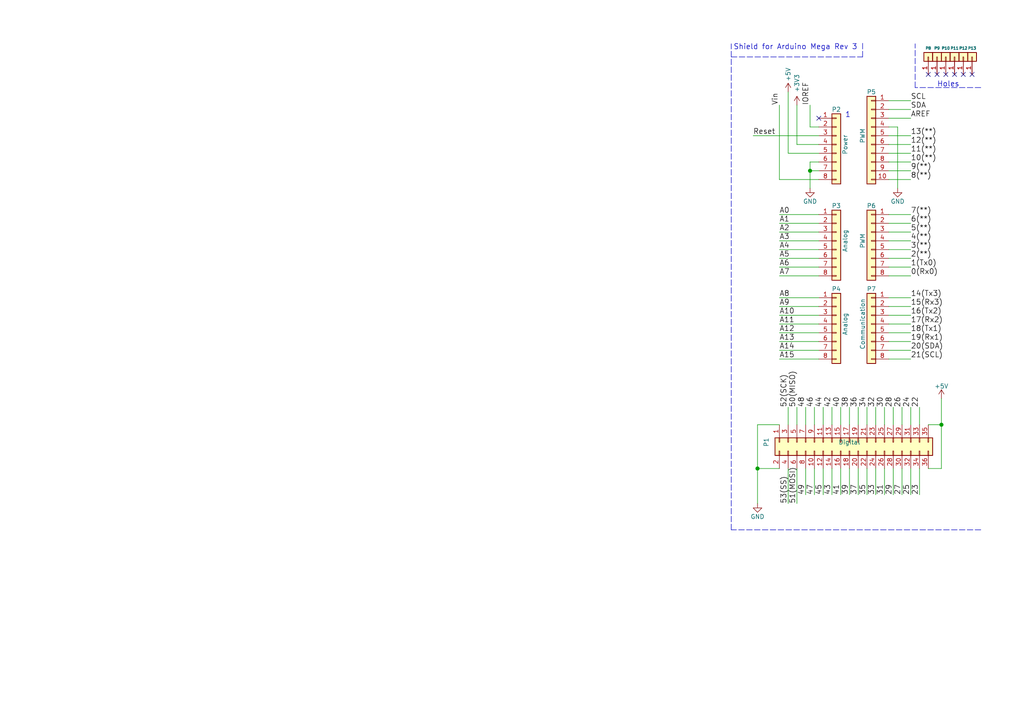
<source format=kicad_sch>
(kicad_sch (version 20210126) (generator eeschema)
  (paper "A4")
  (title_block (date "mar. 31 mars 2015"))
  (lib_symbols
    (symbol "Connector_Generic:Conn_01x01" (pin_names (offset 1.016) hide)
      (property "Reference" "J" (at 0 2.54 0))
      (property "Value" "Conn_01x01" (at 0 -2.54 0))
      (symbol "Conn_01x01_1_1"
        (rectangle (start -1.27 0.127) (end 0 -0.127) (stroke (width 0.1524)))
        (rectangle (start -1.27 1.27) (end 1.27 -1.27) (stroke (width 0.254)) (fill (type background)))
        (pin passive line (at -5.08 0 0) (length 3.81) (name "Pin_1") (number "1"))
      )
    )
    (symbol "Connector_Generic:Conn_01x08" (pin_names (offset 1.016) hide)
      (property "Reference" "J" (at 0 10.16 0))
      (property "Value" "Conn_01x08" (at 0 -12.7 0))
      (symbol "Conn_01x08_1_1"
        (rectangle (start -1.27 -4.953) (end 0 -5.207) (stroke (width 0.1524)))
        (rectangle (start -1.27 -7.493) (end 0 -7.747) (stroke (width 0.1524)))
        (rectangle (start -1.27 -10.033) (end 0 -10.287) (stroke (width 0.1524)))
        (rectangle (start -1.27 -2.413) (end 0 -2.667) (stroke (width 0.1524)))
        (rectangle (start -1.27 2.667) (end 0 2.413) (stroke (width 0.1524)))
        (rectangle (start -1.27 5.207) (end 0 4.953) (stroke (width 0.1524)))
        (rectangle (start -1.27 7.747) (end 0 7.493) (stroke (width 0.1524)))
        (rectangle (start -1.27 8.89) (end 1.27 -11.43) (stroke (width 0.254)) (fill (type background)))
        (rectangle (start -1.27 0.127) (end 0 -0.127) (stroke (width 0.1524)))
        (pin passive line (at -5.08 7.62 0) (length 3.81) (name "Pin_1") (number "1"))
        (pin passive line (at -5.08 5.08 0) (length 3.81) (name "Pin_2") (number "2"))
        (pin passive line (at -5.08 2.54 0) (length 3.81) (name "Pin_3") (number "3"))
        (pin passive line (at -5.08 0 0) (length 3.81) (name "Pin_4") (number "4"))
        (pin passive line (at -5.08 -2.54 0) (length 3.81) (name "Pin_5") (number "5"))
        (pin passive line (at -5.08 -5.08 0) (length 3.81) (name "Pin_6") (number "6"))
        (pin passive line (at -5.08 -7.62 0) (length 3.81) (name "Pin_7") (number "7"))
        (pin passive line (at -5.08 -10.16 0) (length 3.81) (name "Pin_8") (number "8"))
      )
    )
    (symbol "Connector_Generic:Conn_01x10" (pin_names (offset 1.016) hide)
      (property "Reference" "J" (at 0 12.7 0))
      (property "Value" "Conn_01x10" (at 0 -15.24 0))
      (symbol "Conn_01x10_1_1"
        (rectangle (start -1.27 -4.953) (end 0 -5.207) (stroke (width 0.1524)))
        (rectangle (start -1.27 -7.493) (end 0 -7.747) (stroke (width 0.1524)))
        (rectangle (start -1.27 -10.033) (end 0 -10.287) (stroke (width 0.1524)))
        (rectangle (start -1.27 -12.573) (end 0 -12.827) (stroke (width 0.1524)))
        (rectangle (start -1.27 -2.413) (end 0 -2.667) (stroke (width 0.1524)))
        (rectangle (start -1.27 2.667) (end 0 2.413) (stroke (width 0.1524)))
        (rectangle (start -1.27 5.207) (end 0 4.953) (stroke (width 0.1524)))
        (rectangle (start -1.27 7.747) (end 0 7.493) (stroke (width 0.1524)))
        (rectangle (start -1.27 10.287) (end 0 10.033) (stroke (width 0.1524)))
        (rectangle (start -1.27 11.43) (end 1.27 -13.97) (stroke (width 0.254)) (fill (type background)))
        (rectangle (start -1.27 0.127) (end 0 -0.127) (stroke (width 0.1524)))
        (pin passive line (at -5.08 10.16 0) (length 3.81) (name "Pin_1") (number "1"))
        (pin passive line (at -5.08 -12.7 0) (length 3.81) (name "Pin_10") (number "10"))
        (pin passive line (at -5.08 7.62 0) (length 3.81) (name "Pin_2") (number "2"))
        (pin passive line (at -5.08 5.08 0) (length 3.81) (name "Pin_3") (number "3"))
        (pin passive line (at -5.08 2.54 0) (length 3.81) (name "Pin_4") (number "4"))
        (pin passive line (at -5.08 0 0) (length 3.81) (name "Pin_5") (number "5"))
        (pin passive line (at -5.08 -2.54 0) (length 3.81) (name "Pin_6") (number "6"))
        (pin passive line (at -5.08 -5.08 0) (length 3.81) (name "Pin_7") (number "7"))
        (pin passive line (at -5.08 -7.62 0) (length 3.81) (name "Pin_8") (number "8"))
        (pin passive line (at -5.08 -10.16 0) (length 3.81) (name "Pin_9") (number "9"))
      )
    )
    (symbol "Connector_Generic:Conn_02x18_Odd_Even" (pin_names (offset 1.016) hide)
      (property "Reference" "J" (at 1.27 22.86 0))
      (property "Value" "Conn_02x18_Odd_Even" (at 1.27 -25.4 0))
      (symbol "Conn_02x18_Odd_Even_1_1"
        (rectangle (start -1.27 -4.953) (end 0 -5.207) (stroke (width 0.1524)))
        (rectangle (start -1.27 -7.493) (end 0 -7.747) (stroke (width 0.1524)))
        (rectangle (start -1.27 -10.033) (end 0 -10.287) (stroke (width 0.1524)))
        (rectangle (start -1.27 -12.573) (end 0 -12.827) (stroke (width 0.1524)))
        (rectangle (start -1.27 -15.113) (end 0 -15.367) (stroke (width 0.1524)))
        (rectangle (start -1.27 -17.653) (end 0 -17.907) (stroke (width 0.1524)))
        (rectangle (start -1.27 -20.193) (end 0 -20.447) (stroke (width 0.1524)))
        (rectangle (start -1.27 -22.733) (end 0 -22.987) (stroke (width 0.1524)))
        (rectangle (start -1.27 -2.413) (end 0 -2.667) (stroke (width 0.1524)))
        (rectangle (start -1.27 2.667) (end 0 2.413) (stroke (width 0.1524)))
        (rectangle (start -1.27 5.207) (end 0 4.953) (stroke (width 0.1524)))
        (rectangle (start -1.27 7.747) (end 0 7.493) (stroke (width 0.1524)))
        (rectangle (start -1.27 10.287) (end 0 10.033) (stroke (width 0.1524)))
        (rectangle (start -1.27 0.127) (end 0 -0.127) (stroke (width 0.1524)))
        (rectangle (start -1.27 12.827) (end 0 12.573) (stroke (width 0.1524)))
        (rectangle (start -1.27 15.367) (end 0 15.113) (stroke (width 0.1524)))
        (rectangle (start -1.27 17.907) (end 0 17.653) (stroke (width 0.1524)))
        (rectangle (start -1.27 20.447) (end 0 20.193) (stroke (width 0.1524)))
        (rectangle (start -1.27 21.59) (end 3.81 -24.13) (stroke (width 0.254)) (fill (type background)))
        (rectangle (start 3.81 -4.953) (end 2.54 -5.207) (stroke (width 0.1524)))
        (rectangle (start 3.81 -7.493) (end 2.54 -7.747) (stroke (width 0.1524)))
        (rectangle (start 3.81 -10.033) (end 2.54 -10.287) (stroke (width 0.1524)))
        (rectangle (start 3.81 -12.573) (end 2.54 -12.827) (stroke (width 0.1524)))
        (rectangle (start 3.81 -15.113) (end 2.54 -15.367) (stroke (width 0.1524)))
        (rectangle (start 3.81 -17.653) (end 2.54 -17.907) (stroke (width 0.1524)))
        (rectangle (start 3.81 -20.193) (end 2.54 -20.447) (stroke (width 0.1524)))
        (rectangle (start 3.81 -22.733) (end 2.54 -22.987) (stroke (width 0.1524)))
        (rectangle (start 3.81 -2.413) (end 2.54 -2.667) (stroke (width 0.1524)))
        (rectangle (start 3.81 2.667) (end 2.54 2.413) (stroke (width 0.1524)))
        (rectangle (start 3.81 5.207) (end 2.54 4.953) (stroke (width 0.1524)))
        (rectangle (start 3.81 7.747) (end 2.54 7.493) (stroke (width 0.1524)))
        (rectangle (start 3.81 10.287) (end 2.54 10.033) (stroke (width 0.1524)))
        (rectangle (start 3.81 0.127) (end 2.54 -0.127) (stroke (width 0.1524)))
        (rectangle (start 3.81 12.827) (end 2.54 12.573) (stroke (width 0.1524)))
        (rectangle (start 3.81 15.367) (end 2.54 15.113) (stroke (width 0.1524)))
        (rectangle (start 3.81 17.907) (end 2.54 17.653) (stroke (width 0.1524)))
        (rectangle (start 3.81 20.447) (end 2.54 20.193) (stroke (width 0.1524)))
        (pin passive line (at -5.08 20.32 0) (length 3.81) (name "Pin_1") (number "1"))
        (pin passive line (at 7.62 10.16 180) (length 3.81) (name "Pin_10") (number "10"))
        (pin passive line (at -5.08 7.62 0) (length 3.81) (name "Pin_11") (number "11"))
        (pin passive line (at 7.62 7.62 180) (length 3.81) (name "Pin_12") (number "12"))
        (pin passive line (at -5.08 5.08 0) (length 3.81) (name "Pin_13") (number "13"))
        (pin passive line (at 7.62 5.08 180) (length 3.81) (name "Pin_14") (number "14"))
        (pin passive line (at -5.08 2.54 0) (length 3.81) (name "Pin_15") (number "15"))
        (pin passive line (at 7.62 2.54 180) (length 3.81) (name "Pin_16") (number "16"))
        (pin passive line (at -5.08 0 0) (length 3.81) (name "Pin_17") (number "17"))
        (pin passive line (at 7.62 0 180) (length 3.81) (name "Pin_18") (number "18"))
        (pin passive line (at -5.08 -2.54 0) (length 3.81) (name "Pin_19") (number "19"))
        (pin passive line (at 7.62 20.32 180) (length 3.81) (name "Pin_2") (number "2"))
        (pin passive line (at 7.62 -2.54 180) (length 3.81) (name "Pin_20") (number "20"))
        (pin passive line (at -5.08 -5.08 0) (length 3.81) (name "Pin_21") (number "21"))
        (pin passive line (at 7.62 -5.08 180) (length 3.81) (name "Pin_22") (number "22"))
        (pin passive line (at -5.08 -7.62 0) (length 3.81) (name "Pin_23") (number "23"))
        (pin passive line (at 7.62 -7.62 180) (length 3.81) (name "Pin_24") (number "24"))
        (pin passive line (at -5.08 -10.16 0) (length 3.81) (name "Pin_25") (number "25"))
        (pin passive line (at 7.62 -10.16 180) (length 3.81) (name "Pin_26") (number "26"))
        (pin passive line (at -5.08 -12.7 0) (length 3.81) (name "Pin_27") (number "27"))
        (pin passive line (at 7.62 -12.7 180) (length 3.81) (name "Pin_28") (number "28"))
        (pin passive line (at -5.08 -15.24 0) (length 3.81) (name "Pin_29") (number "29"))
        (pin passive line (at -5.08 17.78 0) (length 3.81) (name "Pin_3") (number "3"))
        (pin passive line (at 7.62 -15.24 180) (length 3.81) (name "Pin_30") (number "30"))
        (pin passive line (at -5.08 -17.78 0) (length 3.81) (name "Pin_31") (number "31"))
        (pin passive line (at 7.62 -17.78 180) (length 3.81) (name "Pin_32") (number "32"))
        (pin passive line (at -5.08 -20.32 0) (length 3.81) (name "Pin_33") (number "33"))
        (pin passive line (at 7.62 -20.32 180) (length 3.81) (name "Pin_34") (number "34"))
        (pin passive line (at -5.08 -22.86 0) (length 3.81) (name "Pin_35") (number "35"))
        (pin passive line (at 7.62 -22.86 180) (length 3.81) (name "Pin_36") (number "36"))
        (pin passive line (at 7.62 17.78 180) (length 3.81) (name "Pin_4") (number "4"))
        (pin passive line (at -5.08 15.24 0) (length 3.81) (name "Pin_5") (number "5"))
        (pin passive line (at 7.62 15.24 180) (length 3.81) (name "Pin_6") (number "6"))
        (pin passive line (at -5.08 12.7 0) (length 3.81) (name "Pin_7") (number "7"))
        (pin passive line (at 7.62 12.7 180) (length 3.81) (name "Pin_8") (number "8"))
        (pin passive line (at -5.08 10.16 0) (length 3.81) (name "Pin_9") (number "9"))
      )
    )
    (symbol "power:+3V3" (power) (pin_names (offset 0))
      (property "Value" "+3V3" (at 0 3.556 0))
      (symbol "+3V3_0_1"
        (polyline (pts (xy -0.762 1.27) (xy 0 2.54)))
        (polyline (pts (xy 0 0) (xy 0 2.54)))
        (polyline (pts (xy 0 2.54) (xy 0.762 1.27)))
      )
      (symbol "+3V3_1_1"
        (pin power_in line (at 0 0 90) (length 0) hide (name "+3V3") (number "1"))
      )
    )
    (symbol "power:+5V" (power) (pin_names (offset 0))
      (property "Value" "+5V" (at 0 3.556 0))
      (symbol "+5V_0_1"
        (polyline (pts (xy -0.762 1.27) (xy 0 2.54)))
        (polyline (pts (xy 0 0) (xy 0 2.54)))
        (polyline (pts (xy 0 2.54) (xy 0.762 1.27)))
      )
      (symbol "+5V_1_1"
        (pin power_in line (at 0 0 90) (length 0) hide (name "+5V") (number "1"))
      )
    )
    (symbol "power:GND" (power) (pin_names (offset 0))
      (property "Value" "GND" (at 0 -3.81 0))
      (symbol "GND_0_1"
        (polyline (pts (xy 0 0) (xy 0 -1.27) (xy 1.27 -1.27) (xy 0 -2.54) (xy -1.27 -1.27) (xy 0 -1.27)))
      )
      (symbol "GND_1_1"
        (pin power_in line (at 0 0 270) (length 0) hide (name "GND") (number "1"))
      )
    )
  )
  (junction (at 219.71 135.89) (diameter 1.016))
  (junction (at 234.95 49.53) (diameter 1.016))
  (junction (at 273.05 123.19) (diameter 1.016))
  (no_connect (at 237.49 34.29))
  (no_connect (at 269.24 21.59))
  (no_connect (at 271.78 21.59))
  (no_connect (at 274.32 21.59))
  (no_connect (at 276.86 21.59))
  (no_connect (at 279.4 21.59))
  (no_connect (at 281.94 21.59))
  (wire (pts (xy 218.44 39.37) (xy 237.49 39.37)))
  (wire (pts (xy 219.71 123.19) (xy 219.71 135.89)))
  (wire (pts (xy 219.71 135.89) (xy 219.71 146.05)))
  (wire (pts (xy 226.06 52.07) (xy 226.06 30.48)))
  (wire (pts (xy 226.06 64.77) (xy 237.49 64.77)))
  (wire (pts (xy 226.06 69.85) (xy 237.49 69.85)))
  (wire (pts (xy 226.06 74.93) (xy 237.49 74.93)))
  (wire (pts (xy 226.06 80.01) (xy 237.49 80.01)))
  (wire (pts (xy 226.06 88.9) (xy 237.49 88.9)))
  (wire (pts (xy 226.06 93.98) (xy 237.49 93.98)))
  (wire (pts (xy 226.06 99.06) (xy 237.49 99.06)))
  (wire (pts (xy 226.06 104.14) (xy 237.49 104.14)))
  (wire (pts (xy 226.06 123.19) (xy 219.71 123.19)))
  (wire (pts (xy 226.06 135.89) (xy 219.71 135.89)))
  (wire (pts (xy 228.6 26.67) (xy 228.6 44.45)))
  (wire (pts (xy 228.6 44.45) (xy 237.49 44.45)))
  (wire (pts (xy 228.6 123.19) (xy 228.6 118.11)))
  (wire (pts (xy 228.6 135.89) (xy 228.6 146.05)))
  (wire (pts (xy 231.14 30.48) (xy 231.14 41.91)))
  (wire (pts (xy 231.14 41.91) (xy 237.49 41.91)))
  (wire (pts (xy 231.14 123.19) (xy 231.14 118.11)))
  (wire (pts (xy 231.14 135.89) (xy 231.14 146.05)))
  (wire (pts (xy 233.68 123.19) (xy 233.68 118.11)))
  (wire (pts (xy 233.68 135.89) (xy 233.68 143.51)))
  (wire (pts (xy 234.95 36.83) (xy 234.95 30.48)))
  (wire (pts (xy 234.95 46.99) (xy 234.95 49.53)))
  (wire (pts (xy 234.95 49.53) (xy 234.95 54.61)))
  (wire (pts (xy 236.22 123.19) (xy 236.22 118.11)))
  (wire (pts (xy 236.22 135.89) (xy 236.22 143.51)))
  (wire (pts (xy 237.49 36.83) (xy 234.95 36.83)))
  (wire (pts (xy 237.49 46.99) (xy 234.95 46.99)))
  (wire (pts (xy 237.49 49.53) (xy 234.95 49.53)))
  (wire (pts (xy 237.49 52.07) (xy 226.06 52.07)))
  (wire (pts (xy 237.49 62.23) (xy 226.06 62.23)))
  (wire (pts (xy 237.49 67.31) (xy 226.06 67.31)))
  (wire (pts (xy 237.49 72.39) (xy 226.06 72.39)))
  (wire (pts (xy 237.49 77.47) (xy 226.06 77.47)))
  (wire (pts (xy 237.49 86.36) (xy 226.06 86.36)))
  (wire (pts (xy 237.49 91.44) (xy 226.06 91.44)))
  (wire (pts (xy 237.49 96.52) (xy 226.06 96.52)))
  (wire (pts (xy 237.49 101.6) (xy 226.06 101.6)))
  (wire (pts (xy 238.76 123.19) (xy 238.76 118.11)))
  (wire (pts (xy 238.76 135.89) (xy 238.76 143.51)))
  (wire (pts (xy 241.3 123.19) (xy 241.3 118.11)))
  (wire (pts (xy 241.3 135.89) (xy 241.3 143.51)))
  (wire (pts (xy 243.84 123.19) (xy 243.84 118.11)))
  (wire (pts (xy 243.84 135.89) (xy 243.84 143.51)))
  (wire (pts (xy 246.38 123.19) (xy 246.38 118.11)))
  (wire (pts (xy 246.38 135.89) (xy 246.38 143.51)))
  (wire (pts (xy 248.92 123.19) (xy 248.92 118.11)))
  (wire (pts (xy 248.92 135.89) (xy 248.92 143.51)))
  (wire (pts (xy 251.46 123.19) (xy 251.46 118.11)))
  (wire (pts (xy 251.46 135.89) (xy 251.46 143.51)))
  (wire (pts (xy 254 123.19) (xy 254 118.11)))
  (wire (pts (xy 254 135.89) (xy 254 143.51)))
  (wire (pts (xy 256.54 123.19) (xy 256.54 118.11)))
  (wire (pts (xy 256.54 135.89) (xy 256.54 143.51)))
  (wire (pts (xy 257.81 29.21) (xy 264.16 29.21)))
  (wire (pts (xy 257.81 34.29) (xy 264.16 34.29)))
  (wire (pts (xy 257.81 39.37) (xy 264.16 39.37)))
  (wire (pts (xy 257.81 44.45) (xy 264.16 44.45)))
  (wire (pts (xy 257.81 46.99) (xy 264.16 46.99)))
  (wire (pts (xy 257.81 52.07) (xy 264.16 52.07)))
  (wire (pts (xy 257.81 64.77) (xy 264.16 64.77)))
  (wire (pts (xy 257.81 69.85) (xy 264.16 69.85)))
  (wire (pts (xy 257.81 74.93) (xy 264.16 74.93)))
  (wire (pts (xy 257.81 80.01) (xy 264.16 80.01)))
  (wire (pts (xy 257.81 88.9) (xy 264.16 88.9)))
  (wire (pts (xy 257.81 93.98) (xy 264.16 93.98)))
  (wire (pts (xy 257.81 99.06) (xy 264.16 99.06)))
  (wire (pts (xy 257.81 104.14) (xy 264.16 104.14)))
  (wire (pts (xy 259.08 123.19) (xy 259.08 118.11)))
  (wire (pts (xy 259.08 135.89) (xy 259.08 143.51)))
  (wire (pts (xy 260.35 36.83) (xy 257.81 36.83)))
  (wire (pts (xy 260.35 54.61) (xy 260.35 36.83)))
  (wire (pts (xy 261.62 123.19) (xy 261.62 118.11)))
  (wire (pts (xy 261.62 135.89) (xy 261.62 143.51)))
  (wire (pts (xy 264.16 31.75) (xy 257.81 31.75)))
  (wire (pts (xy 264.16 41.91) (xy 257.81 41.91)))
  (wire (pts (xy 264.16 49.53) (xy 257.81 49.53)))
  (wire (pts (xy 264.16 62.23) (xy 257.81 62.23)))
  (wire (pts (xy 264.16 67.31) (xy 257.81 67.31)))
  (wire (pts (xy 264.16 72.39) (xy 257.81 72.39)))
  (wire (pts (xy 264.16 77.47) (xy 257.81 77.47)))
  (wire (pts (xy 264.16 86.36) (xy 257.81 86.36)))
  (wire (pts (xy 264.16 91.44) (xy 257.81 91.44)))
  (wire (pts (xy 264.16 96.52) (xy 257.81 96.52)))
  (wire (pts (xy 264.16 101.6) (xy 257.81 101.6)))
  (wire (pts (xy 264.16 123.19) (xy 264.16 118.11)))
  (wire (pts (xy 264.16 135.89) (xy 264.16 143.51)))
  (wire (pts (xy 266.7 123.19) (xy 266.7 118.11)))
  (wire (pts (xy 266.7 135.89) (xy 266.7 143.51)))
  (wire (pts (xy 273.05 115.57) (xy 273.05 123.19)))
  (wire (pts (xy 273.05 123.19) (xy 269.24 123.19)))
  (wire (pts (xy 273.05 123.19) (xy 273.05 135.89)))
  (wire (pts (xy 273.05 135.89) (xy 269.24 135.89)))
  (polyline (pts (xy 212.09 16.51) (xy 250.19 16.51)) (stroke (width 0) (type dash)))
  (polyline (pts (xy 212.09 153.67) (xy 212.09 12.7)) (stroke (width 0) (type dash)))
  (polyline (pts (xy 250.19 16.51) (xy 250.19 12.065)) (stroke (width 0) (type dash)))
  (polyline (pts (xy 265.43 25.4) (xy 265.43 12.7)) (stroke (width 0) (type dash)))
  (polyline (pts (xy 284.48 25.4) (xy 265.43 25.4)) (stroke (width 0) (type dash)))
  (polyline (pts (xy 284.48 153.67) (xy 212.09 153.67)) (stroke (width 0) (type dash)))
  (text "Shield for Arduino Mega Rev 3" (at 212.725 14.605 0) (effects (font (size 1.524 1.524)) (justify left bottom)))
  (text "1" (at 245.11 34.29 0) (effects (font (size 1.524 1.524)) (justify left bottom)))
  (text "Holes" (at 271.78 25.4 0) (effects (font (size 1.524 1.524)) (justify left bottom)))
  (label "Reset" (at 218.44 39.37 0) (effects (font (size 1.524 1.524))))
  (label "Vin" (at 226.06 30.48 90) (effects (font (size 1.524 1.524))))
  (label "A0" (at 226.06 62.23 0) (effects (font (size 1.524 1.524))))
  (label "A1" (at 226.06 64.77 0) (effects (font (size 1.524 1.524))))
  (label "A2" (at 226.06 67.31 0) (effects (font (size 1.524 1.524))))
  (label "A3" (at 226.06 69.85 0) (effects (font (size 1.524 1.524))))
  (label "A4" (at 226.06 72.39 0) (effects (font (size 1.524 1.524))))
  (label "A5" (at 226.06 74.93 0) (effects (font (size 1.524 1.524))))
  (label "A6" (at 226.06 77.47 0) (effects (font (size 1.524 1.524))))
  (label "A7" (at 226.06 80.01 0) (effects (font (size 1.524 1.524))))
  (label "A8" (at 226.06 86.36 0) (effects (font (size 1.524 1.524))))
  (label "A9" (at 226.06 88.9 0) (effects (font (size 1.524 1.524))))
  (label "A10" (at 226.06 91.44 0) (effects (font (size 1.524 1.524))))
  (label "A11" (at 226.06 93.98 0) (effects (font (size 1.524 1.524))))
  (label "A12" (at 226.06 96.52 0) (effects (font (size 1.524 1.524))))
  (label "A13" (at 226.06 99.06 0) (effects (font (size 1.524 1.524))))
  (label "A14" (at 226.06 101.6 0) (effects (font (size 1.524 1.524))))
  (label "A15" (at 226.06 104.14 0) (effects (font (size 1.524 1.524))))
  (label "52(SCK)" (at 228.6 118.11 90) (effects (font (size 1.524 1.524))))
  (label "53(SS)" (at 228.6 146.05 90) (effects (font (size 1.524 1.524))))
  (label "50(MISO)" (at 231.14 118.11 90) (effects (font (size 1.524 1.524))))
  (label "51(MOSI)" (at 231.14 146.05 90) (effects (font (size 1.524 1.524))))
  (label "48" (at 233.68 118.11 90) (effects (font (size 1.524 1.524))))
  (label "49" (at 233.68 143.51 90) (effects (font (size 1.524 1.524))))
  (label "IOREF" (at 234.95 30.48 90) (effects (font (size 1.524 1.524))))
  (label "46" (at 236.22 118.11 90) (effects (font (size 1.524 1.524))))
  (label "47" (at 236.22 143.51 90) (effects (font (size 1.524 1.524))))
  (label "44" (at 238.76 118.11 90) (effects (font (size 1.524 1.524))))
  (label "45" (at 238.76 143.51 90) (effects (font (size 1.524 1.524))))
  (label "42" (at 241.3 118.11 90) (effects (font (size 1.524 1.524))))
  (label "43" (at 241.3 143.51 90) (effects (font (size 1.524 1.524))))
  (label "40" (at 243.84 118.11 90) (effects (font (size 1.524 1.524))))
  (label "41" (at 243.84 143.51 90) (effects (font (size 1.524 1.524))))
  (label "38" (at 246.38 118.11 90) (effects (font (size 1.524 1.524))))
  (label "39" (at 246.38 143.51 90) (effects (font (size 1.524 1.524))))
  (label "36" (at 248.92 118.11 90) (effects (font (size 1.524 1.524))))
  (label "37" (at 248.92 143.51 90) (effects (font (size 1.524 1.524))))
  (label "34" (at 251.46 118.11 90) (effects (font (size 1.524 1.524))))
  (label "35" (at 251.46 143.51 90) (effects (font (size 1.524 1.524))))
  (label "32" (at 254 118.11 90) (effects (font (size 1.524 1.524))))
  (label "33" (at 254 143.51 90) (effects (font (size 1.524 1.524))))
  (label "30" (at 256.54 118.11 90) (effects (font (size 1.524 1.524))))
  (label "31" (at 256.54 143.51 90) (effects (font (size 1.524 1.524))))
  (label "28" (at 259.08 118.11 90) (effects (font (size 1.524 1.524))))
  (label "29" (at 259.08 143.51 90) (effects (font (size 1.524 1.524))))
  (label "26" (at 261.62 118.11 90) (effects (font (size 1.524 1.524))))
  (label "27" (at 261.62 143.51 90) (effects (font (size 1.524 1.524))))
  (label "SCL" (at 264.16 29.21 0) (effects (font (size 1.524 1.524))))
  (label "SDA" (at 264.16 31.75 0) (effects (font (size 1.524 1.524))))
  (label "AREF" (at 264.16 34.29 0) (effects (font (size 1.524 1.524))))
  (label "13(**)" (at 264.16 39.37 0) (effects (font (size 1.524 1.524))))
  (label "12(**)" (at 264.16 41.91 0) (effects (font (size 1.524 1.524))))
  (label "11(**)" (at 264.16 44.45 0) (effects (font (size 1.524 1.524))))
  (label "10(**)" (at 264.16 46.99 0) (effects (font (size 1.524 1.524))))
  (label "9(**)" (at 264.16 49.53 0) (effects (font (size 1.524 1.524))))
  (label "8(**)" (at 264.16 52.07 0) (effects (font (size 1.524 1.524))))
  (label "7(**)" (at 264.16 62.23 0) (effects (font (size 1.524 1.524))))
  (label "6(**)" (at 264.16 64.77 0) (effects (font (size 1.524 1.524))))
  (label "5(**)" (at 264.16 67.31 0) (effects (font (size 1.524 1.524))))
  (label "4(**)" (at 264.16 69.85 0) (effects (font (size 1.524 1.524))))
  (label "3(**)" (at 264.16 72.39 0) (effects (font (size 1.524 1.524))))
  (label "2(**)" (at 264.16 74.93 0) (effects (font (size 1.524 1.524))))
  (label "1(Tx0)" (at 264.16 77.47 0) (effects (font (size 1.524 1.524))))
  (label "0(Rx0)" (at 264.16 80.01 0) (effects (font (size 1.524 1.524))))
  (label "14(Tx3)" (at 264.16 86.36 0) (effects (font (size 1.524 1.524))))
  (label "15(Rx3)" (at 264.16 88.9 0) (effects (font (size 1.524 1.524))))
  (label "16(Tx2)" (at 264.16 91.44 0) (effects (font (size 1.524 1.524))))
  (label "17(Rx2)" (at 264.16 93.98 0) (effects (font (size 1.524 1.524))))
  (label "18(Tx1)" (at 264.16 96.52 0) (effects (font (size 1.524 1.524))))
  (label "19(Rx1)" (at 264.16 99.06 0) (effects (font (size 1.524 1.524))))
  (label "20(SDA)" (at 264.16 101.6 0) (effects (font (size 1.524 1.524))))
  (label "21(SCL)" (at 264.16 104.14 0) (effects (font (size 1.524 1.524))))
  (label "24" (at 264.16 118.11 90) (effects (font (size 1.524 1.524))))
  (label "25" (at 264.16 143.51 90) (effects (font (size 1.524 1.524))))
  (label "22" (at 266.7 118.11 90) (effects (font (size 1.524 1.524))))
  (label "23" (at 266.7 143.51 90) (effects (font (size 1.524 1.524))))
  (symbol (lib_id "power:+5V") (at 228.6 26.67 0) (unit 1)
    (property "Reference" "#PWR02" (effects hide))
    (property "Value" "+5V" (at 228.6 21.59 90))
  )
  (symbol (lib_id "power:+3V3") (at 231.14 30.48 0) (unit 1)
    (property "Reference" "#PWR01" (effects hide))
    (property "Value" "+3.3V" (at 231.14 24.13 90))
  )
  (symbol (lib_id "power:+5V") (at 273.05 115.57 0) (unit 1)
    (property "Reference" "#PWR06" (effects hide))
    (property "Value" "+5V" (at 273.05 112.014 0))
  )
  (symbol (lib_id "power:GND") (at 219.71 146.05 0) (unit 1)
    (property "Reference" "#PWR05" (effects hide))
    (property "Value" "GND" (at 219.71 149.86 0))
  )
  (symbol (lib_id "power:GND") (at 234.95 54.61 0) (unit 1)
    (property "Reference" "#PWR03" (effects hide))
    (property "Value" "GND" (at 234.95 58.42 0))
  )
  (symbol (lib_id "power:GND") (at 260.35 54.61 0) (unit 1)
    (property "Reference" "#PWR04" (effects hide))
    (property "Value" "GND" (at 260.35 58.42 0))
  )
  (symbol (lib_id "Connector_Generic:Conn_01x01") (at 269.24 16.51 90) (unit 1)
    (property "Reference" "P8" (at 269.24 13.97 90) (effects (font (size 0.7874 0.7874))))
    (property "Value" "CONN_01X01" (effects hide))
    (property "Footprint" "Socket_Arduino_Mega:Arduino_1pin" (effects hide))
  )
  (symbol (lib_id "Connector_Generic:Conn_01x01") (at 271.78 16.51 90) (unit 1)
    (property "Reference" "P9" (at 271.78 13.97 90) (effects (font (size 0.7874 0.7874))))
    (property "Value" "CONN_01X01" (effects hide))
    (property "Footprint" "Socket_Arduino_Mega:Arduino_1pin" (effects hide))
  )
  (symbol (lib_id "Connector_Generic:Conn_01x01") (at 274.32 16.51 90) (unit 1)
    (property "Reference" "P10" (at 274.32 13.97 90) (effects (font (size 0.7874 0.7874))))
    (property "Value" "CONN_01X01" (effects hide))
    (property "Footprint" "Socket_Arduino_Mega:Arduino_1pin" (effects hide))
  )
  (symbol (lib_id "Connector_Generic:Conn_01x01") (at 276.86 16.51 90) (unit 1)
    (property "Reference" "P11" (at 276.86 13.97 90) (effects (font (size 0.7874 0.7874))))
    (property "Value" "CONN_01X01" (effects hide))
    (property "Footprint" "Socket_Arduino_Mega:Arduino_1pin" (effects hide))
  )
  (symbol (lib_id "Connector_Generic:Conn_01x01") (at 279.4 16.51 90) (unit 1)
    (property "Reference" "P12" (at 279.4 13.97 90) (effects (font (size 0.7874 0.7874))))
    (property "Value" "CONN_01X01" (effects hide))
    (property "Footprint" "Socket_Arduino_Mega:Arduino_1pin" (effects hide))
  )
  (symbol (lib_id "Connector_Generic:Conn_01x01") (at 281.94 16.51 90) (unit 1)
    (property "Reference" "P13" (at 281.94 13.97 90) (effects (font (size 0.7874 0.7874))))
    (property "Value" "CONN_01X01" (effects hide))
    (property "Footprint" "Socket_Arduino_Mega:Arduino_1pin" (effects hide))
  )
  (symbol (lib_id "Connector_Generic:Conn_01x08") (at 242.57 41.91 0) (unit 1)
    (property "Reference" "P2" (at 242.57 31.75 0))
    (property "Value" "Power" (at 245.11 41.91 90))
    (property "Footprint" "Socket_Arduino_Mega:Socket_Strip_Arduino_1x08" (effects hide))
  )
  (symbol (lib_id "Connector_Generic:Conn_01x08") (at 242.57 69.85 0) (unit 1)
    (property "Reference" "P3" (at 242.57 59.69 0))
    (property "Value" "Analog" (at 245.11 69.85 90))
    (property "Footprint" "Socket_Arduino_Mega:Socket_Strip_Arduino_1x08" (effects hide))
  )
  (symbol (lib_id "Connector_Generic:Conn_01x08") (at 242.57 93.98 0) (unit 1)
    (property "Reference" "P4" (at 242.57 83.82 0))
    (property "Value" "Analog" (at 245.11 93.98 90))
    (property "Footprint" "Socket_Arduino_Mega:Socket_Strip_Arduino_1x08" (effects hide))
  )
  (symbol (lib_id "Connector_Generic:Conn_01x08") (at 252.73 69.85 0) (mirror y) (unit 1)
    (property "Reference" "P6" (at 252.73 59.69 0))
    (property "Value" "PWM" (at 250.19 69.85 90))
    (property "Footprint" "Socket_Arduino_Mega:Socket_Strip_Arduino_1x08" (effects hide))
  )
  (symbol (lib_id "Connector_Generic:Conn_01x08") (at 252.73 93.98 0) (mirror y) (unit 1)
    (property "Reference" "P7" (at 252.73 83.82 0))
    (property "Value" "Communication" (at 250.19 93.98 90))
    (property "Footprint" "Socket_Arduino_Mega:Socket_Strip_Arduino_1x08" (effects hide))
  )
  (symbol (lib_id "Connector_Generic:Conn_01x10") (at 252.73 39.37 0) (mirror y) (unit 1)
    (property "Reference" "P5" (at 252.73 26.67 0))
    (property "Value" "PWM" (at 250.19 39.37 90))
    (property "Footprint" "Socket_Arduino_Mega:Socket_Strip_Arduino_1x10" (effects hide))
  )
  (symbol (lib_id "Connector_Generic:Conn_02x18_Odd_Even") (at 246.38 128.27 90) (mirror x) (unit 1)
    (property "Reference" "P1" (at 222.25 128.27 0))
    (property "Value" "Digital" (at 246.38 128.27 90))
    (property "Footprint" "Socket_Arduino_Mega:Socket_Strip_Arduino_2x18" (effects hide))
  )
)
</source>
